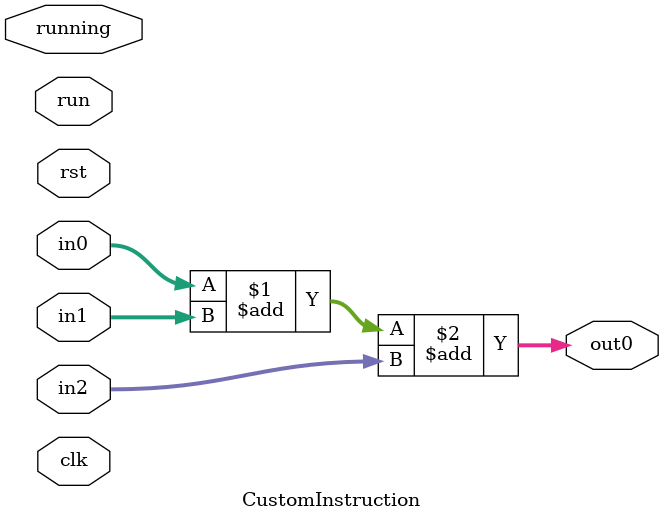
<source format=v>
`timescale 1ns / 1ps

module CustomInstruction #(
         parameter DELAY_W = 32,
         parameter DATA_W = 32
              )
    (
    //control
    input               clk,
    input               rst,
    
    input               running,
    input               run,

    //input
    input [DATA_W-1:0]  in0,
    input [DATA_W-1:0]  in1,
    input [DATA_W-1:0]  in2,

    (* versat_latency = 0 *) output [DATA_W-1:0] out0 // Need to tell versat how many cycles the unit takes to produce data
);

assign out0 = in0 + in1 + in2;

endmodule

</source>
